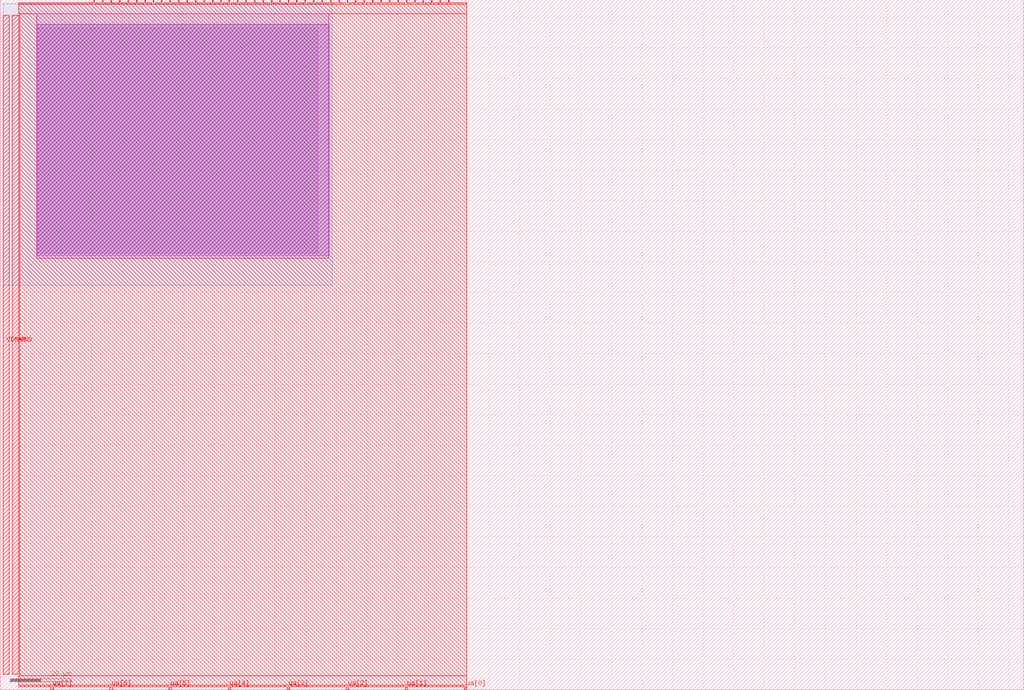
<source format=lef>
VERSION 5.7 ;
  NOWIREEXTENSIONATPIN ON ;
  DIVIDERCHAR "/" ;
  BUSBITCHARS "[]" ;
MACRO tt_um_tinyflash
  CLASS BLOCK ;
  FOREIGN tt_um_tinyflash ;
  ORIGIN 0.000 0.000 ;
  SIZE 334.880 BY 225.760 ;
  PIN clk
    DIRECTION INPUT ;
    USE SIGNAL ;
    PORT
      LAYER met4 ;
        RECT 143.830 224.760 144.130 225.760 ;
    END
  END clk
  PIN ena
    DIRECTION INPUT ;
    USE SIGNAL ;
    PORT
      LAYER met4 ;
        RECT 146.590 224.760 146.890 225.760 ;
    END
  END ena
  PIN rst_n
    DIRECTION INPUT ;
    USE SIGNAL ;
    PORT
      LAYER met4 ;
        RECT 141.070 224.760 141.370 225.760 ;
    END
  END rst_n
  PIN ua[0]
    DIRECTION INOUT ;
    USE SIGNAL ;
    ANTENNAGATEAREA 97.950996 ;
    PORT
      LAYER met4 ;
        RECT 151.810 0.000 152.710 1.000 ;
    END
  END ua[0]
  PIN ua[1]
    DIRECTION INOUT ;
    USE SIGNAL ;
    PORT
      LAYER met4 ;
        RECT 132.490 0.000 133.390 1.000 ;
    END
  END ua[1]
  PIN ua[2]
    DIRECTION INOUT ;
    USE SIGNAL ;
    PORT
      LAYER met4 ;
        RECT 113.170 0.000 114.070 1.000 ;
    END
  END ua[2]
  PIN ua[3]
    DIRECTION INOUT ;
    USE SIGNAL ;
    PORT
      LAYER met4 ;
        RECT 93.850 0.000 94.750 1.000 ;
    END
  END ua[3]
  PIN ua[4]
    DIRECTION INOUT ;
    USE SIGNAL ;
    PORT
      LAYER met4 ;
        RECT 74.530 0.000 75.430 1.000 ;
    END
  END ua[4]
  PIN ua[5]
    DIRECTION INOUT ;
    USE SIGNAL ;
    PORT
      LAYER met4 ;
        RECT 55.210 0.000 56.110 1.000 ;
    END
  END ua[5]
  PIN ua[6]
    DIRECTION INOUT ;
    USE SIGNAL ;
    PORT
      LAYER met4 ;
        RECT 35.890 0.000 36.790 1.000 ;
    END
  END ua[6]
  PIN ua[7]
    DIRECTION INOUT ;
    USE SIGNAL ;
    PORT
      LAYER met4 ;
        RECT 16.570 0.000 17.470 1.000 ;
    END
  END ua[7]
  PIN ui_in[0]
    DIRECTION INPUT ;
    USE SIGNAL ;
    PORT
      LAYER met4 ;
        RECT 138.310 224.760 138.610 225.760 ;
    END
  END ui_in[0]
  PIN ui_in[1]
    DIRECTION INPUT ;
    USE SIGNAL ;
    PORT
      LAYER met4 ;
        RECT 135.550 224.760 135.850 225.760 ;
    END
  END ui_in[1]
  PIN ui_in[2]
    DIRECTION INPUT ;
    USE SIGNAL ;
    PORT
      LAYER met4 ;
        RECT 132.790 224.760 133.090 225.760 ;
    END
  END ui_in[2]
  PIN ui_in[3]
    DIRECTION INPUT ;
    USE SIGNAL ;
    PORT
      LAYER met4 ;
        RECT 130.030 224.760 130.330 225.760 ;
    END
  END ui_in[3]
  PIN ui_in[4]
    DIRECTION INPUT ;
    USE SIGNAL ;
    PORT
      LAYER met4 ;
        RECT 127.270 224.760 127.570 225.760 ;
    END
  END ui_in[4]
  PIN ui_in[5]
    DIRECTION INPUT ;
    USE SIGNAL ;
    PORT
      LAYER met4 ;
        RECT 124.510 224.760 124.810 225.760 ;
    END
  END ui_in[5]
  PIN ui_in[6]
    DIRECTION INPUT ;
    USE SIGNAL ;
    PORT
      LAYER met4 ;
        RECT 121.750 224.760 122.050 225.760 ;
    END
  END ui_in[6]
  PIN ui_in[7]
    DIRECTION INPUT ;
    USE SIGNAL ;
    PORT
      LAYER met4 ;
        RECT 118.990 224.760 119.290 225.760 ;
    END
  END ui_in[7]
  PIN uio_in[0]
    DIRECTION INPUT ;
    USE SIGNAL ;
    PORT
      LAYER met4 ;
        RECT 116.230 224.760 116.530 225.760 ;
    END
  END uio_in[0]
  PIN uio_in[1]
    DIRECTION INPUT ;
    USE SIGNAL ;
    PORT
      LAYER met4 ;
        RECT 113.470 224.760 113.770 225.760 ;
    END
  END uio_in[1]
  PIN uio_in[2]
    DIRECTION INPUT ;
    USE SIGNAL ;
    PORT
      LAYER met4 ;
        RECT 110.710 224.760 111.010 225.760 ;
    END
  END uio_in[2]
  PIN uio_in[3]
    DIRECTION INPUT ;
    USE SIGNAL ;
    PORT
      LAYER met4 ;
        RECT 107.950 224.760 108.250 225.760 ;
    END
  END uio_in[3]
  PIN uio_in[4]
    DIRECTION INPUT ;
    USE SIGNAL ;
    PORT
      LAYER met4 ;
        RECT 105.190 224.760 105.490 225.760 ;
    END
  END uio_in[4]
  PIN uio_in[5]
    DIRECTION INPUT ;
    USE SIGNAL ;
    PORT
      LAYER met4 ;
        RECT 102.430 224.760 102.730 225.760 ;
    END
  END uio_in[5]
  PIN uio_in[6]
    DIRECTION INPUT ;
    USE SIGNAL ;
    PORT
      LAYER met4 ;
        RECT 99.670 224.760 99.970 225.760 ;
    END
  END uio_in[6]
  PIN uio_in[7]
    DIRECTION INPUT ;
    USE SIGNAL ;
    PORT
      LAYER met4 ;
        RECT 96.910 224.760 97.210 225.760 ;
    END
  END uio_in[7]
  PIN uio_oe[0]
    DIRECTION OUTPUT ;
    USE SIGNAL ;
    PORT
      LAYER met4 ;
        RECT 49.990 224.760 50.290 225.760 ;
    END
  END uio_oe[0]
  PIN uio_oe[1]
    DIRECTION OUTPUT ;
    USE SIGNAL ;
    PORT
      LAYER met4 ;
        RECT 47.230 224.760 47.530 225.760 ;
    END
  END uio_oe[1]
  PIN uio_oe[2]
    DIRECTION OUTPUT ;
    USE SIGNAL ;
    PORT
      LAYER met4 ;
        RECT 44.470 224.760 44.770 225.760 ;
    END
  END uio_oe[2]
  PIN uio_oe[3]
    DIRECTION OUTPUT ;
    USE SIGNAL ;
    PORT
      LAYER met4 ;
        RECT 41.710 224.760 42.010 225.760 ;
    END
  END uio_oe[3]
  PIN uio_oe[4]
    DIRECTION OUTPUT ;
    USE SIGNAL ;
    PORT
      LAYER met4 ;
        RECT 38.950 224.760 39.250 225.760 ;
    END
  END uio_oe[4]
  PIN uio_oe[5]
    DIRECTION OUTPUT ;
    USE SIGNAL ;
    PORT
      LAYER met4 ;
        RECT 36.190 224.760 36.490 225.760 ;
    END
  END uio_oe[5]
  PIN uio_oe[6]
    DIRECTION OUTPUT ;
    USE SIGNAL ;
    PORT
      LAYER met4 ;
        RECT 33.430 224.760 33.730 225.760 ;
    END
  END uio_oe[6]
  PIN uio_oe[7]
    DIRECTION OUTPUT ;
    USE SIGNAL ;
    PORT
      LAYER met4 ;
        RECT 30.670 224.760 30.970 225.760 ;
    END
  END uio_oe[7]
  PIN uio_out[0]
    DIRECTION OUTPUT ;
    USE SIGNAL ;
    ANTENNAGATEAREA 0.450000 ;
    ANTENNADIFFAREA 3.770000 ;
    PORT
      LAYER met4 ;
        RECT 72.070 224.760 72.370 225.760 ;
    END
  END uio_out[0]
  PIN uio_out[1]
    DIRECTION OUTPUT ;
    USE SIGNAL ;
    ANTENNAGATEAREA 0.450000 ;
    ANTENNADIFFAREA 3.770000 ;
    PORT
      LAYER met4 ;
        RECT 69.310 224.760 69.610 225.760 ;
    END
  END uio_out[1]
  PIN uio_out[2]
    DIRECTION OUTPUT ;
    USE SIGNAL ;
    PORT
      LAYER met4 ;
        RECT 66.550 224.760 66.850 225.760 ;
    END
  END uio_out[2]
  PIN uio_out[3]
    DIRECTION OUTPUT ;
    USE SIGNAL ;
    PORT
      LAYER met4 ;
        RECT 63.790 224.760 64.090 225.760 ;
    END
  END uio_out[3]
  PIN uio_out[4]
    DIRECTION OUTPUT ;
    USE SIGNAL ;
    PORT
      LAYER met4 ;
        RECT 61.030 224.760 61.330 225.760 ;
    END
  END uio_out[4]
  PIN uio_out[5]
    DIRECTION OUTPUT ;
    USE SIGNAL ;
    PORT
      LAYER met4 ;
        RECT 58.270 224.760 58.570 225.760 ;
    END
  END uio_out[5]
  PIN uio_out[6]
    DIRECTION OUTPUT ;
    USE SIGNAL ;
    PORT
      LAYER met4 ;
        RECT 55.510 224.760 55.810 225.760 ;
    END
  END uio_out[6]
  PIN uio_out[7]
    DIRECTION OUTPUT ;
    USE SIGNAL ;
    PORT
      LAYER met4 ;
        RECT 52.750 224.760 53.050 225.760 ;
    END
  END uio_out[7]
  PIN uo_out[0]
    DIRECTION OUTPUT ;
    USE SIGNAL ;
    ANTENNADIFFAREA 0.870000 ;
    PORT
      LAYER met4 ;
        RECT 94.150 224.760 94.450 225.760 ;
    END
  END uo_out[0]
  PIN uo_out[1]
    DIRECTION OUTPUT ;
    USE SIGNAL ;
    PORT
      LAYER met4 ;
        RECT 91.390 224.760 91.690 225.760 ;
    END
  END uo_out[1]
  PIN uo_out[2]
    DIRECTION OUTPUT ;
    USE SIGNAL ;
    PORT
      LAYER met4 ;
        RECT 88.630 224.760 88.930 225.760 ;
    END
  END uo_out[2]
  PIN uo_out[3]
    DIRECTION OUTPUT ;
    USE SIGNAL ;
    ANTENNAGATEAREA 0.450000 ;
    ANTENNADIFFAREA 3.770000 ;
    PORT
      LAYER met4 ;
        RECT 85.870 224.760 86.170 225.760 ;
    END
  END uo_out[3]
  PIN uo_out[4]
    DIRECTION OUTPUT ;
    USE SIGNAL ;
    ANTENNAGATEAREA 0.450000 ;
    ANTENNADIFFAREA 3.770000 ;
    PORT
      LAYER met4 ;
        RECT 83.110 224.760 83.410 225.760 ;
    END
  END uo_out[4]
  PIN uo_out[5]
    DIRECTION OUTPUT ;
    USE SIGNAL ;
    ANTENNAGATEAREA 0.450000 ;
    ANTENNADIFFAREA 3.770000 ;
    PORT
      LAYER met4 ;
        RECT 80.350 224.760 80.650 225.760 ;
    END
  END uo_out[5]
  PIN uo_out[6]
    DIRECTION OUTPUT ;
    USE SIGNAL ;
    ANTENNAGATEAREA 0.450000 ;
    ANTENNADIFFAREA 3.770000 ;
    PORT
      LAYER met4 ;
        RECT 77.590 224.760 77.890 225.760 ;
    END
  END uo_out[6]
  PIN uo_out[7]
    DIRECTION OUTPUT ;
    USE SIGNAL ;
    ANTENNAGATEAREA 0.450000 ;
    ANTENNADIFFAREA 3.770000 ;
    PORT
      LAYER met4 ;
        RECT 74.830 224.760 75.130 225.760 ;
    END
  END uo_out[7]
  PIN VDPWR
    DIRECTION INOUT ;
    USE POWER ;
    PORT
      LAYER met4 ;
        RECT 1.000 5.000 3.000 220.760 ;
    END
  END VDPWR
  PIN VGND
    DIRECTION INOUT ;
    USE GROUND ;
    PORT
      LAYER met4 ;
        RECT 4.000 5.000 6.000 220.760 ;
    END
  END VGND
  OBS
      LAYER nwell ;
        RECT 11.940 141.170 107.530 221.200 ;
      LAYER li1 ;
        RECT 12.120 142.850 103.960 216.570 ;
      LAYER met1 ;
        RECT 11.930 142.030 107.570 217.740 ;
      LAYER met2 ;
        RECT 11.930 142.070 107.570 217.520 ;
      LAYER met3 ;
        RECT 1.000 132.410 108.590 224.480 ;
      LAYER met4 ;
        RECT 6.000 224.360 30.270 224.760 ;
        RECT 31.370 224.360 33.030 224.760 ;
        RECT 34.130 224.360 35.790 224.760 ;
        RECT 36.890 224.360 38.550 224.760 ;
        RECT 39.650 224.360 41.310 224.760 ;
        RECT 42.410 224.360 44.070 224.760 ;
        RECT 45.170 224.360 46.830 224.760 ;
        RECT 47.930 224.360 49.590 224.760 ;
        RECT 50.690 224.360 52.350 224.760 ;
        RECT 53.450 224.360 55.110 224.760 ;
        RECT 56.210 224.360 57.870 224.760 ;
        RECT 58.970 224.360 60.630 224.760 ;
        RECT 61.730 224.360 63.390 224.760 ;
        RECT 64.490 224.360 66.150 224.760 ;
        RECT 67.250 224.360 68.910 224.760 ;
        RECT 70.010 224.360 71.670 224.760 ;
        RECT 72.770 224.360 74.430 224.760 ;
        RECT 75.530 224.360 77.190 224.760 ;
        RECT 78.290 224.360 79.950 224.760 ;
        RECT 81.050 224.360 82.710 224.760 ;
        RECT 83.810 224.360 85.470 224.760 ;
        RECT 86.570 224.360 88.230 224.760 ;
        RECT 89.330 224.360 90.990 224.760 ;
        RECT 92.090 224.360 93.750 224.760 ;
        RECT 94.850 224.360 96.510 224.760 ;
        RECT 97.610 224.360 99.270 224.760 ;
        RECT 100.370 224.360 102.030 224.760 ;
        RECT 103.130 224.360 104.790 224.760 ;
        RECT 105.890 224.360 107.550 224.760 ;
        RECT 108.650 224.360 110.310 224.760 ;
        RECT 111.410 224.360 113.070 224.760 ;
        RECT 114.170 224.360 115.830 224.760 ;
        RECT 116.930 224.360 118.590 224.760 ;
        RECT 119.690 224.360 121.350 224.760 ;
        RECT 122.450 224.360 124.110 224.760 ;
        RECT 125.210 224.360 126.870 224.760 ;
        RECT 127.970 224.360 129.630 224.760 ;
        RECT 130.730 224.360 132.390 224.760 ;
        RECT 133.490 224.360 135.150 224.760 ;
        RECT 136.250 224.360 137.910 224.760 ;
        RECT 139.010 224.360 140.670 224.760 ;
        RECT 141.770 224.360 143.430 224.760 ;
        RECT 144.530 224.360 146.190 224.760 ;
        RECT 147.290 224.360 152.710 224.760 ;
        RECT 6.000 221.160 152.710 224.360 ;
        RECT 6.400 4.600 152.710 221.160 ;
        RECT 6.000 1.400 152.710 4.600 ;
        RECT 6.000 1.000 16.170 1.400 ;
        RECT 17.870 1.000 35.490 1.400 ;
        RECT 37.190 1.000 54.810 1.400 ;
        RECT 56.510 1.000 74.130 1.400 ;
        RECT 75.830 1.000 93.450 1.400 ;
        RECT 95.150 1.000 112.770 1.400 ;
        RECT 114.470 1.000 132.090 1.400 ;
        RECT 133.790 1.000 151.410 1.400 ;
  END
END tt_um_tinyflash
END LIBRARY


</source>
